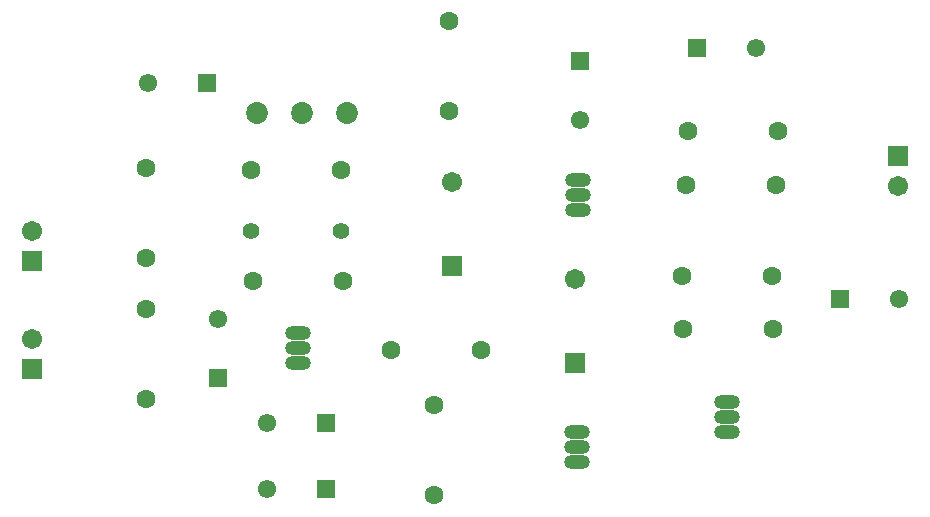
<source format=gts>
G04 Layer_Color=8388736*
%FSLAX25Y25*%
%MOIN*%
G70*
G01*
G75*
%ADD25C,0.06312*%
%ADD26O,0.08674X0.04737*%
%ADD27O,0.08674X0.04737*%
%ADD28C,0.06706*%
%ADD29R,0.06706X0.06706*%
%ADD30R,0.06115X0.06115*%
%ADD31C,0.06115*%
%ADD32R,0.06115X0.06115*%
%ADD33C,0.05524*%
%ADD34C,0.07300*%
D25*
X192000Y188500D02*
D03*
X222000D02*
D03*
X252500Y117000D02*
D03*
Y147000D02*
D03*
X156500Y179000D02*
D03*
Y149000D02*
D03*
X268000Y165500D02*
D03*
X238000D02*
D03*
X156500Y196000D02*
D03*
Y226000D02*
D03*
X365000Y190000D02*
D03*
X335000D02*
D03*
X365500Y172500D02*
D03*
X335500D02*
D03*
X366500Y220500D02*
D03*
X336500D02*
D03*
X367000Y238500D02*
D03*
X337000D02*
D03*
X257500Y245000D02*
D03*
Y275000D02*
D03*
X221500Y225500D02*
D03*
X191500D02*
D03*
D26*
X207000Y161000D02*
D03*
Y171000D02*
D03*
X300000Y128000D02*
D03*
Y138000D02*
D03*
X350000Y148000D02*
D03*
Y138000D02*
D03*
X300500Y212000D02*
D03*
Y222000D02*
D03*
D27*
X207000Y166000D02*
D03*
X300000Y133000D02*
D03*
X350000Y143000D02*
D03*
X300500Y217000D02*
D03*
D28*
X118500Y169000D02*
D03*
X299500Y188976D02*
D03*
X407000Y220000D02*
D03*
X258500Y221476D02*
D03*
X118500Y205000D02*
D03*
D29*
Y159000D02*
D03*
X299500Y161024D02*
D03*
X407000Y230000D02*
D03*
X258500Y193524D02*
D03*
X118500Y195000D02*
D03*
D30*
X180500Y156157D02*
D03*
X301000Y261843D02*
D03*
D31*
X180500Y175843D02*
D03*
X196657Y119000D02*
D03*
Y141000D02*
D03*
X301000Y242157D02*
D03*
X359843Y266000D02*
D03*
X407343Y182500D02*
D03*
X157157Y254500D02*
D03*
D32*
X216343Y119000D02*
D03*
Y141000D02*
D03*
X340157Y266000D02*
D03*
X387657Y182500D02*
D03*
X176843Y254500D02*
D03*
D33*
X191500Y205000D02*
D03*
X221500D02*
D03*
D34*
X193500Y244500D02*
D03*
X223500D02*
D03*
X208500D02*
D03*
M02*

</source>
